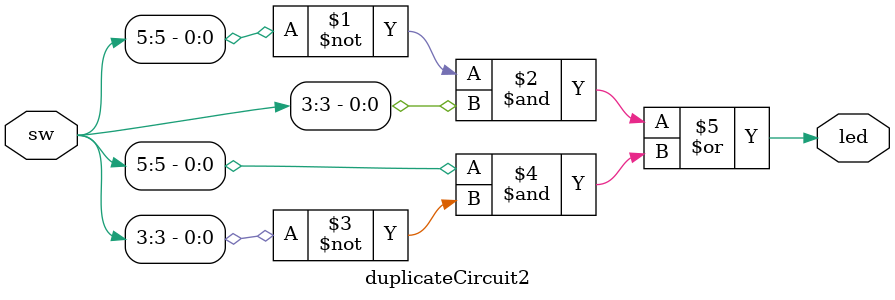
<source format=v>
`timescale 1ns / 1ps


module duplicateCircuit2(
    input[6:3] sw,
    output led
    );
    //POS
//    assign led[0] = 
//    (~sw[1] | ~sw[0]) & 
//    (sw[1] | sw[0]);
//    assign led[1] =
//    (~sw[3] | ~sw[2] | sw[1]) &//x 
//    (~sw[3] | sw[2] | ~sw[1]) & //x
//    (sw[3] | ~sw[2] | ~sw[1]) &//x
//    (sw[3] | sw[2] | ~sw[1]) &//x
//    (sw[3] | sw[2] | sw[1]);//x
//    assign led[2] =
//    (~sw[7] | ~sw[6] | ~sw[5] | ~sw[4]) &//x
//    (~sw[7] | ~sw[6] | sw[5] | ~sw[4]) &//x
//    (~sw[7] | sw[6] | ~sw[5] | sw[4]) &//x
//    (~sw[7] | sw[6] | sw[5] | ~sw[4]) &//x
//    (~sw[7] | sw[6] | sw[5] | sw[4]) &//x
//    (sw[7] | ~sw[6] | ~sw[5] | ~sw[4]) &//x
//    (sw[7] | ~sw[6] | ~sw[5] | sw[4]) &//x
//    (sw[7] | ~sw[6] | sw[5] | ~sw[4]) &//x
//    (sw[7] | ~sw[6] | sw[5] | sw[4]) &//x
//    (sw[7] | sw[6] | ~sw[5] | ~sw[4]) &//x
//    (sw[7] | sw[6] | ~sw[5] | sw[4]) &//x
//    (sw[7] | sw[6] | sw[5] | ~sw[4]);
    
    
    
    
    
    
    //SOP
//    assign led[0] = (sw[0] & ~sw[1]) | (~sw[0] & sw[1]);
//    assign led[1] = (~sw[3] & ~sw[2] & ~sw[1]) | (~sw[3] & sw[2] & sw[1]) | (sw[3] & ~sw[2] & sw[1]);
//    assign led[2] = (sw[4] & ~sw[6] & ~sw[7]) | (~sw[4] & ~sw[5] & sw[6] & ~sw[7])| (sw[4] & sw[5] & sw[6] & sw[7]);  
    
    //POS - gunners version
//    assign led[0] = (sw[0] | sw[1]) & (~sw[0] | ~sw[1]);
//    assign led[1] = (~sw[3] | ~sw[2] | sw[1]) & (~sw[3] | sw[2] | ~sw[1]) & (sw[3] | ~sw[2] | ~sw[1]) & (sw[3] | sw[2] | sw[1]) & (sw[3] | sw[2] | sw[1]);
//    assign led[2] = (~sw[7] | ~sw[6] | ~sw[4]) & (sw[4] | ~sw[5] | sw[6] | ~sw[7]) & (sw[5] | sw[6] | ~sw[7]) & (sw[7] | ~sw[6]) & (sw[7] | sw[6] | ~sw[5]) & (~sw[4] | sw[5] | sw[6] | sw[7]); 

    
    //POS
//    assign led[0] = 
//    (~sw[1] | ~sw[0]) & 
//    (sw[1] | sw[0]);
//    assign led[1] = 
//    (~sw[3] | sw[2] | ~sw[1]) & 
//    (sw[3] | ~sw[2] | ~sw[1]) & 
//    (sw[3] | sw[2] | ~sw[1]) & 
//    (sw[3] | sw[2] | sw[1]);
//    assign led[2] = 
//    (~sw[7] | ~sw[6] | ~sw[5] | ~sw[4]) & 
//    (~sw[7] | ~sw[6] | sw[5] | ~sw[4]) & 
//    (~sw[7] | sw[6] | ~sw[5] | sw[4]) & 
//    (~sw[7] | sw[6] | sw[5] | ~sw[4]) & 
//    (~sw[7] | sw[6] | sw[5] | sw[4]) & 
//    (sw[7] | ~sw[6] | ~sw[5] | ~sw[4]) & 
//    (sw[7] | ~sw[6] | ~sw[5] | sw[4]) & 
//    (sw[7] | ~sw[6] | sw[5] | ~sw[4]) & 
//    (sw[7] | ~sw[6] | sw[5] | sw[4]) & 
//    (sw[7] | sw[6] | ~sw[5] | ~sw[4]) & 
//    (sw[7] | sw[6] | ~sw[5] | sw[4]) & 
//    (sw[7] | sw[6] | sw[5] | ~sw[4]);

    //POS - calculated version
    //assign led[0] = (sw[1] | sw[0]) & (~sw[1] | ~sw[0]);
    //assign led[1] = (sw[3] | sw[2] | ~sw[1]) & (~sw[2] | sw[1]) & (~sw[3] | sw[1]) & (~sw[3] | ~sw[2]);
    //assign led[2] = (sw[6] | sw[4]) & (~sw[7] | sw[6]) & (sw[7] | ~sw[6] | ~sw[4]) & (~sw[5] | sw[4]) & (~sw[7] | sw[5]);
    
    //Circuit 4
    assign led = (~sw[5] & sw[3]) | (sw[5] & ~sw[3]);
    
    
    

endmodule

</source>
